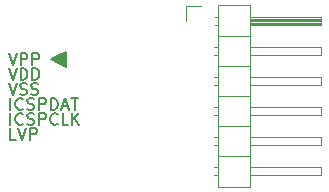
<source format=gbr>
G04 #@! TF.GenerationSoftware,KiCad,Pcbnew,(5.0.2)-1*
G04 #@! TF.CreationDate,2019-05-05T03:28:13-07:00*
G04 #@! TF.ProjectId,pickit3-icsp-adapter,7069636b-6974-4332-9d69-6373702d6164,rev?*
G04 #@! TF.SameCoordinates,Original*
G04 #@! TF.FileFunction,Legend,Top*
G04 #@! TF.FilePolarity,Positive*
%FSLAX46Y46*%
G04 Gerber Fmt 4.6, Leading zero omitted, Abs format (unit mm)*
G04 Created by KiCad (PCBNEW (5.0.2)-1) date 5/5/2019 3:28:13 AM*
%MOMM*%
%LPD*%
G01*
G04 APERTURE LIST*
%ADD10C,0.150000*%
%ADD11C,0.120000*%
G04 APERTURE END LIST*
D10*
G36*
X123190000Y-90170000D02*
X124460000Y-89535000D01*
X124460000Y-90805000D01*
X123190000Y-90170000D01*
G37*
X123190000Y-90170000D02*
X124460000Y-89535000D01*
X124460000Y-90805000D01*
X123190000Y-90170000D01*
X120191785Y-96972380D02*
X119715595Y-96972380D01*
X119715595Y-95972380D01*
X120382261Y-95972380D02*
X120715595Y-96972380D01*
X121048928Y-95972380D01*
X121382261Y-96972380D02*
X121382261Y-95972380D01*
X121763214Y-95972380D01*
X121858452Y-96020000D01*
X121906071Y-96067619D01*
X121953690Y-96162857D01*
X121953690Y-96305714D01*
X121906071Y-96400952D01*
X121858452Y-96448571D01*
X121763214Y-96496190D01*
X121382261Y-96496190D01*
X119715595Y-95702380D02*
X119715595Y-94702380D01*
X120763214Y-95607142D02*
X120715595Y-95654761D01*
X120572738Y-95702380D01*
X120477500Y-95702380D01*
X120334642Y-95654761D01*
X120239404Y-95559523D01*
X120191785Y-95464285D01*
X120144166Y-95273809D01*
X120144166Y-95130952D01*
X120191785Y-94940476D01*
X120239404Y-94845238D01*
X120334642Y-94750000D01*
X120477500Y-94702380D01*
X120572738Y-94702380D01*
X120715595Y-94750000D01*
X120763214Y-94797619D01*
X121144166Y-95654761D02*
X121287023Y-95702380D01*
X121525119Y-95702380D01*
X121620357Y-95654761D01*
X121667976Y-95607142D01*
X121715595Y-95511904D01*
X121715595Y-95416666D01*
X121667976Y-95321428D01*
X121620357Y-95273809D01*
X121525119Y-95226190D01*
X121334642Y-95178571D01*
X121239404Y-95130952D01*
X121191785Y-95083333D01*
X121144166Y-94988095D01*
X121144166Y-94892857D01*
X121191785Y-94797619D01*
X121239404Y-94750000D01*
X121334642Y-94702380D01*
X121572738Y-94702380D01*
X121715595Y-94750000D01*
X122144166Y-95702380D02*
X122144166Y-94702380D01*
X122525119Y-94702380D01*
X122620357Y-94750000D01*
X122667976Y-94797619D01*
X122715595Y-94892857D01*
X122715595Y-95035714D01*
X122667976Y-95130952D01*
X122620357Y-95178571D01*
X122525119Y-95226190D01*
X122144166Y-95226190D01*
X123715595Y-95607142D02*
X123667976Y-95654761D01*
X123525119Y-95702380D01*
X123429880Y-95702380D01*
X123287023Y-95654761D01*
X123191785Y-95559523D01*
X123144166Y-95464285D01*
X123096547Y-95273809D01*
X123096547Y-95130952D01*
X123144166Y-94940476D01*
X123191785Y-94845238D01*
X123287023Y-94750000D01*
X123429880Y-94702380D01*
X123525119Y-94702380D01*
X123667976Y-94750000D01*
X123715595Y-94797619D01*
X124620357Y-95702380D02*
X124144166Y-95702380D01*
X124144166Y-94702380D01*
X124953690Y-95702380D02*
X124953690Y-94702380D01*
X125525119Y-95702380D02*
X125096547Y-95130952D01*
X125525119Y-94702380D02*
X124953690Y-95273809D01*
X119715595Y-94432380D02*
X119715595Y-93432380D01*
X120763214Y-94337142D02*
X120715595Y-94384761D01*
X120572738Y-94432380D01*
X120477500Y-94432380D01*
X120334642Y-94384761D01*
X120239404Y-94289523D01*
X120191785Y-94194285D01*
X120144166Y-94003809D01*
X120144166Y-93860952D01*
X120191785Y-93670476D01*
X120239404Y-93575238D01*
X120334642Y-93480000D01*
X120477500Y-93432380D01*
X120572738Y-93432380D01*
X120715595Y-93480000D01*
X120763214Y-93527619D01*
X121144166Y-94384761D02*
X121287023Y-94432380D01*
X121525119Y-94432380D01*
X121620357Y-94384761D01*
X121667976Y-94337142D01*
X121715595Y-94241904D01*
X121715595Y-94146666D01*
X121667976Y-94051428D01*
X121620357Y-94003809D01*
X121525119Y-93956190D01*
X121334642Y-93908571D01*
X121239404Y-93860952D01*
X121191785Y-93813333D01*
X121144166Y-93718095D01*
X121144166Y-93622857D01*
X121191785Y-93527619D01*
X121239404Y-93480000D01*
X121334642Y-93432380D01*
X121572738Y-93432380D01*
X121715595Y-93480000D01*
X122144166Y-94432380D02*
X122144166Y-93432380D01*
X122525119Y-93432380D01*
X122620357Y-93480000D01*
X122667976Y-93527619D01*
X122715595Y-93622857D01*
X122715595Y-93765714D01*
X122667976Y-93860952D01*
X122620357Y-93908571D01*
X122525119Y-93956190D01*
X122144166Y-93956190D01*
X123144166Y-94432380D02*
X123144166Y-93432380D01*
X123382261Y-93432380D01*
X123525119Y-93480000D01*
X123620357Y-93575238D01*
X123667976Y-93670476D01*
X123715595Y-93860952D01*
X123715595Y-94003809D01*
X123667976Y-94194285D01*
X123620357Y-94289523D01*
X123525119Y-94384761D01*
X123382261Y-94432380D01*
X123144166Y-94432380D01*
X124096547Y-94146666D02*
X124572738Y-94146666D01*
X124001309Y-94432380D02*
X124334642Y-93432380D01*
X124667976Y-94432380D01*
X124858452Y-93432380D02*
X125429880Y-93432380D01*
X125144166Y-94432380D02*
X125144166Y-93432380D01*
X119572738Y-92162380D02*
X119906071Y-93162380D01*
X120239404Y-92162380D01*
X120525119Y-93114761D02*
X120667976Y-93162380D01*
X120906071Y-93162380D01*
X121001309Y-93114761D01*
X121048928Y-93067142D01*
X121096547Y-92971904D01*
X121096547Y-92876666D01*
X121048928Y-92781428D01*
X121001309Y-92733809D01*
X120906071Y-92686190D01*
X120715595Y-92638571D01*
X120620357Y-92590952D01*
X120572738Y-92543333D01*
X120525119Y-92448095D01*
X120525119Y-92352857D01*
X120572738Y-92257619D01*
X120620357Y-92210000D01*
X120715595Y-92162380D01*
X120953690Y-92162380D01*
X121096547Y-92210000D01*
X121477500Y-93114761D02*
X121620357Y-93162380D01*
X121858452Y-93162380D01*
X121953690Y-93114761D01*
X122001309Y-93067142D01*
X122048928Y-92971904D01*
X122048928Y-92876666D01*
X122001309Y-92781428D01*
X121953690Y-92733809D01*
X121858452Y-92686190D01*
X121667976Y-92638571D01*
X121572738Y-92590952D01*
X121525119Y-92543333D01*
X121477500Y-92448095D01*
X121477500Y-92352857D01*
X121525119Y-92257619D01*
X121572738Y-92210000D01*
X121667976Y-92162380D01*
X121906071Y-92162380D01*
X122048928Y-92210000D01*
X119572738Y-90892380D02*
X119906071Y-91892380D01*
X120239404Y-90892380D01*
X120572738Y-91892380D02*
X120572738Y-90892380D01*
X120810833Y-90892380D01*
X120953690Y-90940000D01*
X121048928Y-91035238D01*
X121096547Y-91130476D01*
X121144166Y-91320952D01*
X121144166Y-91463809D01*
X121096547Y-91654285D01*
X121048928Y-91749523D01*
X120953690Y-91844761D01*
X120810833Y-91892380D01*
X120572738Y-91892380D01*
X121572738Y-91892380D02*
X121572738Y-90892380D01*
X121810833Y-90892380D01*
X121953690Y-90940000D01*
X122048928Y-91035238D01*
X122096547Y-91130476D01*
X122144166Y-91320952D01*
X122144166Y-91463809D01*
X122096547Y-91654285D01*
X122048928Y-91749523D01*
X121953690Y-91844761D01*
X121810833Y-91892380D01*
X121572738Y-91892380D01*
X119572738Y-89622380D02*
X119906071Y-90622380D01*
X120239404Y-89622380D01*
X120572738Y-90622380D02*
X120572738Y-89622380D01*
X120953690Y-89622380D01*
X121048928Y-89670000D01*
X121096547Y-89717619D01*
X121144166Y-89812857D01*
X121144166Y-89955714D01*
X121096547Y-90050952D01*
X121048928Y-90098571D01*
X120953690Y-90146190D01*
X120572738Y-90146190D01*
X121572738Y-90622380D02*
X121572738Y-89622380D01*
X121953690Y-89622380D01*
X122048928Y-89670000D01*
X122096547Y-89717619D01*
X122144166Y-89812857D01*
X122144166Y-89955714D01*
X122096547Y-90050952D01*
X122048928Y-90098571D01*
X121953690Y-90146190D01*
X121572738Y-90146190D01*
D11*
G04 #@! TO.C,J1*
X134620000Y-85645001D02*
X135890000Y-85645001D01*
X134620000Y-86915001D02*
X134620000Y-85645001D01*
X136932929Y-99995001D02*
X137330000Y-99995001D01*
X136932929Y-99235001D02*
X137330000Y-99235001D01*
X145990000Y-99995001D02*
X139990000Y-99995001D01*
X145990000Y-99235001D02*
X145990000Y-99995001D01*
X139990000Y-99235001D02*
X145990000Y-99235001D01*
X137330000Y-98345001D02*
X139990000Y-98345001D01*
X136932929Y-97455001D02*
X137330000Y-97455001D01*
X136932929Y-96695001D02*
X137330000Y-96695001D01*
X145990000Y-97455001D02*
X139990000Y-97455001D01*
X145990000Y-96695001D02*
X145990000Y-97455001D01*
X139990000Y-96695001D02*
X145990000Y-96695001D01*
X137330000Y-95805001D02*
X139990000Y-95805001D01*
X136932929Y-94915001D02*
X137330000Y-94915001D01*
X136932929Y-94155001D02*
X137330000Y-94155001D01*
X145990000Y-94915001D02*
X139990000Y-94915001D01*
X145990000Y-94155001D02*
X145990000Y-94915001D01*
X139990000Y-94155001D02*
X145990000Y-94155001D01*
X137330000Y-93265001D02*
X139990000Y-93265001D01*
X136932929Y-92375001D02*
X137330000Y-92375001D01*
X136932929Y-91615001D02*
X137330000Y-91615001D01*
X145990000Y-92375001D02*
X139990000Y-92375001D01*
X145990000Y-91615001D02*
X145990000Y-92375001D01*
X139990000Y-91615001D02*
X145990000Y-91615001D01*
X137330000Y-90725001D02*
X139990000Y-90725001D01*
X136932929Y-89835001D02*
X137330000Y-89835001D01*
X136932929Y-89075001D02*
X137330000Y-89075001D01*
X145990000Y-89835001D02*
X139990000Y-89835001D01*
X145990000Y-89075001D02*
X145990000Y-89835001D01*
X139990000Y-89075001D02*
X145990000Y-89075001D01*
X137330000Y-88185001D02*
X139990000Y-88185001D01*
X137000000Y-87295001D02*
X137330000Y-87295001D01*
X137000000Y-86535001D02*
X137330000Y-86535001D01*
X139990000Y-87195001D02*
X145990000Y-87195001D01*
X139990000Y-87075001D02*
X145990000Y-87075001D01*
X139990000Y-86955001D02*
X145990000Y-86955001D01*
X139990000Y-86835001D02*
X145990000Y-86835001D01*
X139990000Y-86715001D02*
X145990000Y-86715001D01*
X139990000Y-86595001D02*
X145990000Y-86595001D01*
X145990000Y-87295001D02*
X139990000Y-87295001D01*
X145990000Y-86535001D02*
X145990000Y-87295001D01*
X139990000Y-86535001D02*
X145990000Y-86535001D01*
X139990000Y-85585001D02*
X137330000Y-85585001D01*
X139990000Y-100945001D02*
X139990000Y-85585001D01*
X137330000Y-100945001D02*
X139990000Y-100945001D01*
X137330000Y-85585001D02*
X137330000Y-100945001D01*
G04 #@! TD*
M02*

</source>
